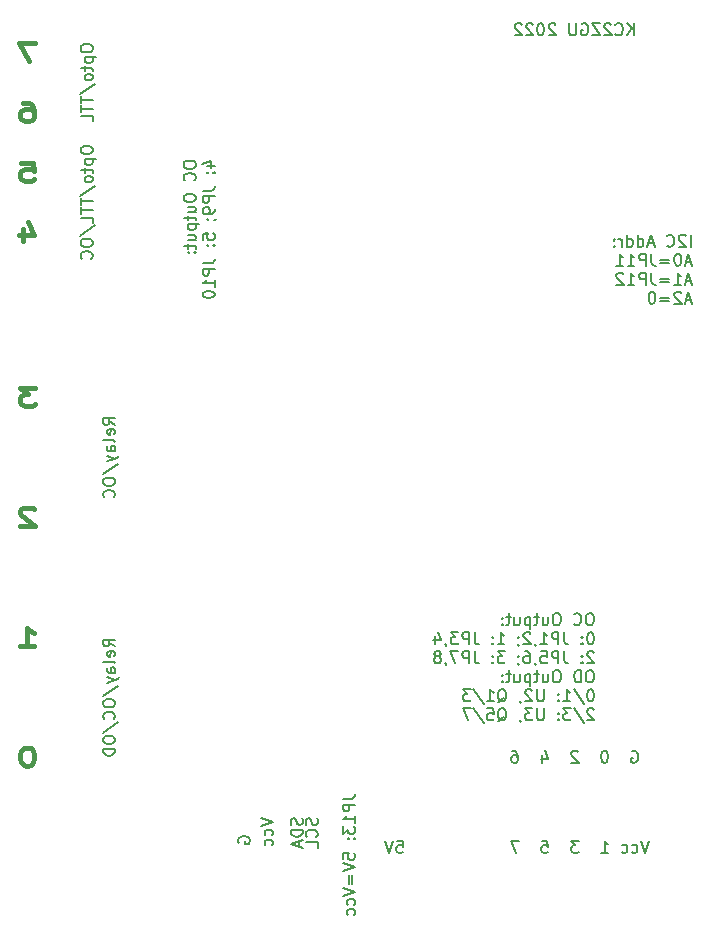
<source format=gbr>
%TF.GenerationSoftware,KiCad,Pcbnew,6.0.6*%
%TF.CreationDate,2022-09-05T11:32:39-04:00*%
%TF.ProjectId,mpio8,6d70696f-382e-46b6-9963-61645f706362,rev?*%
%TF.SameCoordinates,Original*%
%TF.FileFunction,Legend,Bot*%
%TF.FilePolarity,Positive*%
%FSLAX46Y46*%
G04 Gerber Fmt 4.6, Leading zero omitted, Abs format (unit mm)*
G04 Created by KiCad (PCBNEW 6.0.6) date 2022-09-05 11:32:39*
%MOMM*%
%LPD*%
G01*
G04 APERTURE LIST*
%ADD10C,0.150000*%
%ADD11C,0.381000*%
G04 APERTURE END LIST*
D10*
X134284404Y-78682380D02*
X134284404Y-77682380D01*
X133855833Y-77777619D02*
X133808214Y-77730000D01*
X133712976Y-77682380D01*
X133474880Y-77682380D01*
X133379642Y-77730000D01*
X133332023Y-77777619D01*
X133284404Y-77872857D01*
X133284404Y-77968095D01*
X133332023Y-78110952D01*
X133903452Y-78682380D01*
X133284404Y-78682380D01*
X132284404Y-78587142D02*
X132332023Y-78634761D01*
X132474880Y-78682380D01*
X132570119Y-78682380D01*
X132712976Y-78634761D01*
X132808214Y-78539523D01*
X132855833Y-78444285D01*
X132903452Y-78253809D01*
X132903452Y-78110952D01*
X132855833Y-77920476D01*
X132808214Y-77825238D01*
X132712976Y-77730000D01*
X132570119Y-77682380D01*
X132474880Y-77682380D01*
X132332023Y-77730000D01*
X132284404Y-77777619D01*
X131141547Y-78396666D02*
X130665357Y-78396666D01*
X131236785Y-78682380D02*
X130903452Y-77682380D01*
X130570119Y-78682380D01*
X129808214Y-78682380D02*
X129808214Y-77682380D01*
X129808214Y-78634761D02*
X129903452Y-78682380D01*
X130093928Y-78682380D01*
X130189166Y-78634761D01*
X130236785Y-78587142D01*
X130284404Y-78491904D01*
X130284404Y-78206190D01*
X130236785Y-78110952D01*
X130189166Y-78063333D01*
X130093928Y-78015714D01*
X129903452Y-78015714D01*
X129808214Y-78063333D01*
X128903452Y-78682380D02*
X128903452Y-77682380D01*
X128903452Y-78634761D02*
X128998690Y-78682380D01*
X129189166Y-78682380D01*
X129284404Y-78634761D01*
X129332023Y-78587142D01*
X129379642Y-78491904D01*
X129379642Y-78206190D01*
X129332023Y-78110952D01*
X129284404Y-78063333D01*
X129189166Y-78015714D01*
X128998690Y-78015714D01*
X128903452Y-78063333D01*
X128427261Y-78682380D02*
X128427261Y-78015714D01*
X128427261Y-78206190D02*
X128379642Y-78110952D01*
X128332023Y-78063333D01*
X128236785Y-78015714D01*
X128141547Y-78015714D01*
X127808214Y-78587142D02*
X127760595Y-78634761D01*
X127808214Y-78682380D01*
X127855833Y-78634761D01*
X127808214Y-78587142D01*
X127808214Y-78682380D01*
X127808214Y-78063333D02*
X127760595Y-78110952D01*
X127808214Y-78158571D01*
X127855833Y-78110952D01*
X127808214Y-78063333D01*
X127808214Y-78158571D01*
X134332023Y-80006666D02*
X133855833Y-80006666D01*
X134427261Y-80292380D02*
X134093928Y-79292380D01*
X133760595Y-80292380D01*
X133236785Y-79292380D02*
X133141547Y-79292380D01*
X133046309Y-79340000D01*
X132998690Y-79387619D01*
X132951071Y-79482857D01*
X132903452Y-79673333D01*
X132903452Y-79911428D01*
X132951071Y-80101904D01*
X132998690Y-80197142D01*
X133046309Y-80244761D01*
X133141547Y-80292380D01*
X133236785Y-80292380D01*
X133332023Y-80244761D01*
X133379642Y-80197142D01*
X133427261Y-80101904D01*
X133474880Y-79911428D01*
X133474880Y-79673333D01*
X133427261Y-79482857D01*
X133379642Y-79387619D01*
X133332023Y-79340000D01*
X133236785Y-79292380D01*
X132474880Y-79768571D02*
X131712976Y-79768571D01*
X131712976Y-80054285D02*
X132474880Y-80054285D01*
X130951071Y-79292380D02*
X130951071Y-80006666D01*
X130998690Y-80149523D01*
X131093928Y-80244761D01*
X131236785Y-80292380D01*
X131332023Y-80292380D01*
X130474880Y-80292380D02*
X130474880Y-79292380D01*
X130093928Y-79292380D01*
X129998690Y-79340000D01*
X129951071Y-79387619D01*
X129903452Y-79482857D01*
X129903452Y-79625714D01*
X129951071Y-79720952D01*
X129998690Y-79768571D01*
X130093928Y-79816190D01*
X130474880Y-79816190D01*
X128951071Y-80292380D02*
X129522500Y-80292380D01*
X129236785Y-80292380D02*
X129236785Y-79292380D01*
X129332023Y-79435238D01*
X129427261Y-79530476D01*
X129522500Y-79578095D01*
X127998690Y-80292380D02*
X128570119Y-80292380D01*
X128284404Y-80292380D02*
X128284404Y-79292380D01*
X128379642Y-79435238D01*
X128474880Y-79530476D01*
X128570119Y-79578095D01*
X134332023Y-81616666D02*
X133855833Y-81616666D01*
X134427261Y-81902380D02*
X134093928Y-80902380D01*
X133760595Y-81902380D01*
X132903452Y-81902380D02*
X133474880Y-81902380D01*
X133189166Y-81902380D02*
X133189166Y-80902380D01*
X133284404Y-81045238D01*
X133379642Y-81140476D01*
X133474880Y-81188095D01*
X132474880Y-81378571D02*
X131712976Y-81378571D01*
X131712976Y-81664285D02*
X132474880Y-81664285D01*
X130951071Y-80902380D02*
X130951071Y-81616666D01*
X130998690Y-81759523D01*
X131093928Y-81854761D01*
X131236785Y-81902380D01*
X131332023Y-81902380D01*
X130474880Y-81902380D02*
X130474880Y-80902380D01*
X130093928Y-80902380D01*
X129998690Y-80950000D01*
X129951071Y-80997619D01*
X129903452Y-81092857D01*
X129903452Y-81235714D01*
X129951071Y-81330952D01*
X129998690Y-81378571D01*
X130093928Y-81426190D01*
X130474880Y-81426190D01*
X128951071Y-81902380D02*
X129522500Y-81902380D01*
X129236785Y-81902380D02*
X129236785Y-80902380D01*
X129332023Y-81045238D01*
X129427261Y-81140476D01*
X129522500Y-81188095D01*
X128570119Y-80997619D02*
X128522500Y-80950000D01*
X128427261Y-80902380D01*
X128189166Y-80902380D01*
X128093928Y-80950000D01*
X128046309Y-80997619D01*
X127998690Y-81092857D01*
X127998690Y-81188095D01*
X128046309Y-81330952D01*
X128617738Y-81902380D01*
X127998690Y-81902380D01*
X134332023Y-83226666D02*
X133855833Y-83226666D01*
X134427261Y-83512380D02*
X134093928Y-82512380D01*
X133760595Y-83512380D01*
X133474880Y-82607619D02*
X133427261Y-82560000D01*
X133332023Y-82512380D01*
X133093928Y-82512380D01*
X132998690Y-82560000D01*
X132951071Y-82607619D01*
X132903452Y-82702857D01*
X132903452Y-82798095D01*
X132951071Y-82940952D01*
X133522500Y-83512380D01*
X132903452Y-83512380D01*
X132474880Y-82988571D02*
X131712976Y-82988571D01*
X131712976Y-83274285D02*
X132474880Y-83274285D01*
X131046309Y-82512380D02*
X130951071Y-82512380D01*
X130855833Y-82560000D01*
X130808214Y-82607619D01*
X130760595Y-82702857D01*
X130712976Y-82893333D01*
X130712976Y-83131428D01*
X130760595Y-83321904D01*
X130808214Y-83417142D01*
X130855833Y-83464761D01*
X130951071Y-83512380D01*
X131046309Y-83512380D01*
X131141547Y-83464761D01*
X131189166Y-83417142D01*
X131236785Y-83321904D01*
X131284404Y-83131428D01*
X131284404Y-82893333D01*
X131236785Y-82702857D01*
X131189166Y-82607619D01*
X131141547Y-82560000D01*
X131046309Y-82512380D01*
X104862380Y-125436904D02*
X105576666Y-125436904D01*
X105719523Y-125389285D01*
X105814761Y-125294047D01*
X105862380Y-125151190D01*
X105862380Y-125055952D01*
X105862380Y-125913095D02*
X104862380Y-125913095D01*
X104862380Y-126294047D01*
X104910000Y-126389285D01*
X104957619Y-126436904D01*
X105052857Y-126484523D01*
X105195714Y-126484523D01*
X105290952Y-126436904D01*
X105338571Y-126389285D01*
X105386190Y-126294047D01*
X105386190Y-125913095D01*
X105862380Y-127436904D02*
X105862380Y-126865476D01*
X105862380Y-127151190D02*
X104862380Y-127151190D01*
X105005238Y-127055952D01*
X105100476Y-126960714D01*
X105148095Y-126865476D01*
X104862380Y-127770238D02*
X104862380Y-128389285D01*
X105243333Y-128055952D01*
X105243333Y-128198809D01*
X105290952Y-128294047D01*
X105338571Y-128341666D01*
X105433809Y-128389285D01*
X105671904Y-128389285D01*
X105767142Y-128341666D01*
X105814761Y-128294047D01*
X105862380Y-128198809D01*
X105862380Y-127913095D01*
X105814761Y-127817857D01*
X105767142Y-127770238D01*
X105767142Y-128817857D02*
X105814761Y-128865476D01*
X105862380Y-128817857D01*
X105814761Y-128770238D01*
X105767142Y-128817857D01*
X105862380Y-128817857D01*
X105243333Y-128817857D02*
X105290952Y-128865476D01*
X105338571Y-128817857D01*
X105290952Y-128770238D01*
X105243333Y-128817857D01*
X105338571Y-128817857D01*
X104862380Y-130532142D02*
X104862380Y-130055952D01*
X105338571Y-130008333D01*
X105290952Y-130055952D01*
X105243333Y-130151190D01*
X105243333Y-130389285D01*
X105290952Y-130484523D01*
X105338571Y-130532142D01*
X105433809Y-130579761D01*
X105671904Y-130579761D01*
X105767142Y-130532142D01*
X105814761Y-130484523D01*
X105862380Y-130389285D01*
X105862380Y-130151190D01*
X105814761Y-130055952D01*
X105767142Y-130008333D01*
X104862380Y-130865476D02*
X105862380Y-131198809D01*
X104862380Y-131532142D01*
X105338571Y-131865476D02*
X105338571Y-132627380D01*
X105624285Y-132627380D02*
X105624285Y-131865476D01*
X104862380Y-132960714D02*
X105862380Y-133294047D01*
X104862380Y-133627380D01*
X105814761Y-134389285D02*
X105862380Y-134294047D01*
X105862380Y-134103571D01*
X105814761Y-134008333D01*
X105767142Y-133960714D01*
X105671904Y-133913095D01*
X105386190Y-133913095D01*
X105290952Y-133960714D01*
X105243333Y-134008333D01*
X105195714Y-134103571D01*
X105195714Y-134294047D01*
X105243333Y-134389285D01*
X105814761Y-135246428D02*
X105862380Y-135151190D01*
X105862380Y-134960714D01*
X105814761Y-134865476D01*
X105767142Y-134817857D01*
X105671904Y-134770238D01*
X105386190Y-134770238D01*
X105290952Y-134817857D01*
X105243333Y-134865476D01*
X105195714Y-134960714D01*
X105195714Y-135151190D01*
X105243333Y-135246428D01*
X91357380Y-71646071D02*
X91357380Y-71836547D01*
X91405000Y-71931785D01*
X91500238Y-72027023D01*
X91690714Y-72074642D01*
X92024047Y-72074642D01*
X92214523Y-72027023D01*
X92309761Y-71931785D01*
X92357380Y-71836547D01*
X92357380Y-71646071D01*
X92309761Y-71550833D01*
X92214523Y-71455595D01*
X92024047Y-71407976D01*
X91690714Y-71407976D01*
X91500238Y-71455595D01*
X91405000Y-71550833D01*
X91357380Y-71646071D01*
X92262142Y-73074642D02*
X92309761Y-73027023D01*
X92357380Y-72884166D01*
X92357380Y-72788928D01*
X92309761Y-72646071D01*
X92214523Y-72550833D01*
X92119285Y-72503214D01*
X91928809Y-72455595D01*
X91785952Y-72455595D01*
X91595476Y-72503214D01*
X91500238Y-72550833D01*
X91405000Y-72646071D01*
X91357380Y-72788928D01*
X91357380Y-72884166D01*
X91405000Y-73027023D01*
X91452619Y-73074642D01*
X91357380Y-74455595D02*
X91357380Y-74646071D01*
X91405000Y-74741309D01*
X91500238Y-74836547D01*
X91690714Y-74884166D01*
X92024047Y-74884166D01*
X92214523Y-74836547D01*
X92309761Y-74741309D01*
X92357380Y-74646071D01*
X92357380Y-74455595D01*
X92309761Y-74360357D01*
X92214523Y-74265119D01*
X92024047Y-74217500D01*
X91690714Y-74217500D01*
X91500238Y-74265119D01*
X91405000Y-74360357D01*
X91357380Y-74455595D01*
X91690714Y-75741309D02*
X92357380Y-75741309D01*
X91690714Y-75312738D02*
X92214523Y-75312738D01*
X92309761Y-75360357D01*
X92357380Y-75455595D01*
X92357380Y-75598452D01*
X92309761Y-75693690D01*
X92262142Y-75741309D01*
X91690714Y-76074642D02*
X91690714Y-76455595D01*
X91357380Y-76217500D02*
X92214523Y-76217500D01*
X92309761Y-76265119D01*
X92357380Y-76360357D01*
X92357380Y-76455595D01*
X91690714Y-76788928D02*
X92690714Y-76788928D01*
X91738333Y-76788928D02*
X91690714Y-76884166D01*
X91690714Y-77074642D01*
X91738333Y-77169880D01*
X91785952Y-77217500D01*
X91881190Y-77265119D01*
X92166904Y-77265119D01*
X92262142Y-77217500D01*
X92309761Y-77169880D01*
X92357380Y-77074642D01*
X92357380Y-76884166D01*
X92309761Y-76788928D01*
X91690714Y-78122261D02*
X92357380Y-78122261D01*
X91690714Y-77693690D02*
X92214523Y-77693690D01*
X92309761Y-77741309D01*
X92357380Y-77836547D01*
X92357380Y-77979404D01*
X92309761Y-78074642D01*
X92262142Y-78122261D01*
X91690714Y-78455595D02*
X91690714Y-78836547D01*
X91357380Y-78598452D02*
X92214523Y-78598452D01*
X92309761Y-78646071D01*
X92357380Y-78741309D01*
X92357380Y-78836547D01*
X92262142Y-79169880D02*
X92309761Y-79217500D01*
X92357380Y-79169880D01*
X92309761Y-79122261D01*
X92262142Y-79169880D01*
X92357380Y-79169880D01*
X91738333Y-79169880D02*
X91785952Y-79217500D01*
X91833571Y-79169880D01*
X91785952Y-79122261D01*
X91738333Y-79169880D01*
X91833571Y-79169880D01*
X93300714Y-71884166D02*
X93967380Y-71884166D01*
X92919761Y-71646071D02*
X93634047Y-71407976D01*
X93634047Y-72027023D01*
X93872142Y-72407976D02*
X93919761Y-72455595D01*
X93967380Y-72407976D01*
X93919761Y-72360357D01*
X93872142Y-72407976D01*
X93967380Y-72407976D01*
X93348333Y-72407976D02*
X93395952Y-72455595D01*
X93443571Y-72407976D01*
X93395952Y-72360357D01*
X93348333Y-72407976D01*
X93443571Y-72407976D01*
X92967380Y-73931785D02*
X93681666Y-73931785D01*
X93824523Y-73884166D01*
X93919761Y-73788928D01*
X93967380Y-73646071D01*
X93967380Y-73550833D01*
X93967380Y-74407976D02*
X92967380Y-74407976D01*
X92967380Y-74788928D01*
X93015000Y-74884166D01*
X93062619Y-74931785D01*
X93157857Y-74979404D01*
X93300714Y-74979404D01*
X93395952Y-74931785D01*
X93443571Y-74884166D01*
X93491190Y-74788928D01*
X93491190Y-74407976D01*
X93967380Y-75455595D02*
X93967380Y-75646071D01*
X93919761Y-75741309D01*
X93872142Y-75788928D01*
X93729285Y-75884166D01*
X93538809Y-75931785D01*
X93157857Y-75931785D01*
X93062619Y-75884166D01*
X93015000Y-75836547D01*
X92967380Y-75741309D01*
X92967380Y-75550833D01*
X93015000Y-75455595D01*
X93062619Y-75407976D01*
X93157857Y-75360357D01*
X93395952Y-75360357D01*
X93491190Y-75407976D01*
X93538809Y-75455595D01*
X93586428Y-75550833D01*
X93586428Y-75741309D01*
X93538809Y-75836547D01*
X93491190Y-75884166D01*
X93395952Y-75931785D01*
X93919761Y-76407976D02*
X93967380Y-76407976D01*
X94062619Y-76360357D01*
X94110238Y-76312738D01*
X93348333Y-76360357D02*
X93395952Y-76407976D01*
X93443571Y-76360357D01*
X93395952Y-76312738D01*
X93348333Y-76360357D01*
X93443571Y-76360357D01*
X92967380Y-78074642D02*
X92967380Y-77598452D01*
X93443571Y-77550833D01*
X93395952Y-77598452D01*
X93348333Y-77693690D01*
X93348333Y-77931785D01*
X93395952Y-78027023D01*
X93443571Y-78074642D01*
X93538809Y-78122261D01*
X93776904Y-78122261D01*
X93872142Y-78074642D01*
X93919761Y-78027023D01*
X93967380Y-77931785D01*
X93967380Y-77693690D01*
X93919761Y-77598452D01*
X93872142Y-77550833D01*
X93872142Y-78550833D02*
X93919761Y-78598452D01*
X93967380Y-78550833D01*
X93919761Y-78503214D01*
X93872142Y-78550833D01*
X93967380Y-78550833D01*
X93348333Y-78550833D02*
X93395952Y-78598452D01*
X93443571Y-78550833D01*
X93395952Y-78503214D01*
X93348333Y-78550833D01*
X93443571Y-78550833D01*
X92967380Y-80074642D02*
X93681666Y-80074642D01*
X93824523Y-80027023D01*
X93919761Y-79931785D01*
X93967380Y-79788928D01*
X93967380Y-79693690D01*
X93967380Y-80550833D02*
X92967380Y-80550833D01*
X92967380Y-80931785D01*
X93015000Y-81027023D01*
X93062619Y-81074642D01*
X93157857Y-81122261D01*
X93300714Y-81122261D01*
X93395952Y-81074642D01*
X93443571Y-81027023D01*
X93491190Y-80931785D01*
X93491190Y-80550833D01*
X93967380Y-82074642D02*
X93967380Y-81503214D01*
X93967380Y-81788928D02*
X92967380Y-81788928D01*
X93110238Y-81693690D01*
X93205476Y-81598452D01*
X93253095Y-81503214D01*
X92967380Y-82693690D02*
X92967380Y-82788928D01*
X93015000Y-82884166D01*
X93062619Y-82931785D01*
X93157857Y-82979404D01*
X93348333Y-83027023D01*
X93586428Y-83027023D01*
X93776904Y-82979404D01*
X93872142Y-82931785D01*
X93919761Y-82884166D01*
X93967380Y-82788928D01*
X93967380Y-82693690D01*
X93919761Y-82598452D01*
X93872142Y-82550833D01*
X93776904Y-82503214D01*
X93586428Y-82455595D01*
X93348333Y-82455595D01*
X93157857Y-82503214D01*
X93062619Y-82550833D01*
X93015000Y-82598452D01*
X92967380Y-82693690D01*
X125838928Y-109727380D02*
X125648452Y-109727380D01*
X125553214Y-109775000D01*
X125457976Y-109870238D01*
X125410357Y-110060714D01*
X125410357Y-110394047D01*
X125457976Y-110584523D01*
X125553214Y-110679761D01*
X125648452Y-110727380D01*
X125838928Y-110727380D01*
X125934166Y-110679761D01*
X126029404Y-110584523D01*
X126077023Y-110394047D01*
X126077023Y-110060714D01*
X126029404Y-109870238D01*
X125934166Y-109775000D01*
X125838928Y-109727380D01*
X124410357Y-110632142D02*
X124457976Y-110679761D01*
X124600833Y-110727380D01*
X124696071Y-110727380D01*
X124838928Y-110679761D01*
X124934166Y-110584523D01*
X124981785Y-110489285D01*
X125029404Y-110298809D01*
X125029404Y-110155952D01*
X124981785Y-109965476D01*
X124934166Y-109870238D01*
X124838928Y-109775000D01*
X124696071Y-109727380D01*
X124600833Y-109727380D01*
X124457976Y-109775000D01*
X124410357Y-109822619D01*
X123029404Y-109727380D02*
X122838928Y-109727380D01*
X122743690Y-109775000D01*
X122648452Y-109870238D01*
X122600833Y-110060714D01*
X122600833Y-110394047D01*
X122648452Y-110584523D01*
X122743690Y-110679761D01*
X122838928Y-110727380D01*
X123029404Y-110727380D01*
X123124642Y-110679761D01*
X123219880Y-110584523D01*
X123267500Y-110394047D01*
X123267500Y-110060714D01*
X123219880Y-109870238D01*
X123124642Y-109775000D01*
X123029404Y-109727380D01*
X121743690Y-110060714D02*
X121743690Y-110727380D01*
X122172261Y-110060714D02*
X122172261Y-110584523D01*
X122124642Y-110679761D01*
X122029404Y-110727380D01*
X121886547Y-110727380D01*
X121791309Y-110679761D01*
X121743690Y-110632142D01*
X121410357Y-110060714D02*
X121029404Y-110060714D01*
X121267500Y-109727380D02*
X121267500Y-110584523D01*
X121219880Y-110679761D01*
X121124642Y-110727380D01*
X121029404Y-110727380D01*
X120696071Y-110060714D02*
X120696071Y-111060714D01*
X120696071Y-110108333D02*
X120600833Y-110060714D01*
X120410357Y-110060714D01*
X120315119Y-110108333D01*
X120267500Y-110155952D01*
X120219880Y-110251190D01*
X120219880Y-110536904D01*
X120267500Y-110632142D01*
X120315119Y-110679761D01*
X120410357Y-110727380D01*
X120600833Y-110727380D01*
X120696071Y-110679761D01*
X119362738Y-110060714D02*
X119362738Y-110727380D01*
X119791309Y-110060714D02*
X119791309Y-110584523D01*
X119743690Y-110679761D01*
X119648452Y-110727380D01*
X119505595Y-110727380D01*
X119410357Y-110679761D01*
X119362738Y-110632142D01*
X119029404Y-110060714D02*
X118648452Y-110060714D01*
X118886547Y-109727380D02*
X118886547Y-110584523D01*
X118838928Y-110679761D01*
X118743690Y-110727380D01*
X118648452Y-110727380D01*
X118315119Y-110632142D02*
X118267500Y-110679761D01*
X118315119Y-110727380D01*
X118362738Y-110679761D01*
X118315119Y-110632142D01*
X118315119Y-110727380D01*
X118315119Y-110108333D02*
X118267500Y-110155952D01*
X118315119Y-110203571D01*
X118362738Y-110155952D01*
X118315119Y-110108333D01*
X118315119Y-110203571D01*
X125838928Y-111337380D02*
X125743690Y-111337380D01*
X125648452Y-111385000D01*
X125600833Y-111432619D01*
X125553214Y-111527857D01*
X125505595Y-111718333D01*
X125505595Y-111956428D01*
X125553214Y-112146904D01*
X125600833Y-112242142D01*
X125648452Y-112289761D01*
X125743690Y-112337380D01*
X125838928Y-112337380D01*
X125934166Y-112289761D01*
X125981785Y-112242142D01*
X126029404Y-112146904D01*
X126077023Y-111956428D01*
X126077023Y-111718333D01*
X126029404Y-111527857D01*
X125981785Y-111432619D01*
X125934166Y-111385000D01*
X125838928Y-111337380D01*
X125077023Y-112242142D02*
X125029404Y-112289761D01*
X125077023Y-112337380D01*
X125124642Y-112289761D01*
X125077023Y-112242142D01*
X125077023Y-112337380D01*
X125077023Y-111718333D02*
X125029404Y-111765952D01*
X125077023Y-111813571D01*
X125124642Y-111765952D01*
X125077023Y-111718333D01*
X125077023Y-111813571D01*
X123553214Y-111337380D02*
X123553214Y-112051666D01*
X123600833Y-112194523D01*
X123696071Y-112289761D01*
X123838928Y-112337380D01*
X123934166Y-112337380D01*
X123077023Y-112337380D02*
X123077023Y-111337380D01*
X122696071Y-111337380D01*
X122600833Y-111385000D01*
X122553214Y-111432619D01*
X122505595Y-111527857D01*
X122505595Y-111670714D01*
X122553214Y-111765952D01*
X122600833Y-111813571D01*
X122696071Y-111861190D01*
X123077023Y-111861190D01*
X121553214Y-112337380D02*
X122124642Y-112337380D01*
X121838928Y-112337380D02*
X121838928Y-111337380D01*
X121934166Y-111480238D01*
X122029404Y-111575476D01*
X122124642Y-111623095D01*
X121077023Y-112289761D02*
X121077023Y-112337380D01*
X121124642Y-112432619D01*
X121172261Y-112480238D01*
X120696071Y-111432619D02*
X120648452Y-111385000D01*
X120553214Y-111337380D01*
X120315119Y-111337380D01*
X120219880Y-111385000D01*
X120172261Y-111432619D01*
X120124642Y-111527857D01*
X120124642Y-111623095D01*
X120172261Y-111765952D01*
X120743690Y-112337380D01*
X120124642Y-112337380D01*
X119648452Y-112289761D02*
X119648452Y-112337380D01*
X119696071Y-112432619D01*
X119743690Y-112480238D01*
X119696071Y-111718333D02*
X119648452Y-111765952D01*
X119696071Y-111813571D01*
X119743690Y-111765952D01*
X119696071Y-111718333D01*
X119696071Y-111813571D01*
X117934166Y-112337380D02*
X118505595Y-112337380D01*
X118219880Y-112337380D02*
X118219880Y-111337380D01*
X118315119Y-111480238D01*
X118410357Y-111575476D01*
X118505595Y-111623095D01*
X117505595Y-112242142D02*
X117457976Y-112289761D01*
X117505595Y-112337380D01*
X117553214Y-112289761D01*
X117505595Y-112242142D01*
X117505595Y-112337380D01*
X117505595Y-111718333D02*
X117457976Y-111765952D01*
X117505595Y-111813571D01*
X117553214Y-111765952D01*
X117505595Y-111718333D01*
X117505595Y-111813571D01*
X115981785Y-111337380D02*
X115981785Y-112051666D01*
X116029404Y-112194523D01*
X116124642Y-112289761D01*
X116267500Y-112337380D01*
X116362738Y-112337380D01*
X115505595Y-112337380D02*
X115505595Y-111337380D01*
X115124642Y-111337380D01*
X115029404Y-111385000D01*
X114981785Y-111432619D01*
X114934166Y-111527857D01*
X114934166Y-111670714D01*
X114981785Y-111765952D01*
X115029404Y-111813571D01*
X115124642Y-111861190D01*
X115505595Y-111861190D01*
X114600833Y-111337380D02*
X113981785Y-111337380D01*
X114315119Y-111718333D01*
X114172261Y-111718333D01*
X114077023Y-111765952D01*
X114029404Y-111813571D01*
X113981785Y-111908809D01*
X113981785Y-112146904D01*
X114029404Y-112242142D01*
X114077023Y-112289761D01*
X114172261Y-112337380D01*
X114457976Y-112337380D01*
X114553214Y-112289761D01*
X114600833Y-112242142D01*
X113505595Y-112289761D02*
X113505595Y-112337380D01*
X113553214Y-112432619D01*
X113600833Y-112480238D01*
X112648452Y-111670714D02*
X112648452Y-112337380D01*
X112886547Y-111289761D02*
X113124642Y-112004047D01*
X112505595Y-112004047D01*
X126077023Y-113042619D02*
X126029404Y-112995000D01*
X125934166Y-112947380D01*
X125696071Y-112947380D01*
X125600833Y-112995000D01*
X125553214Y-113042619D01*
X125505595Y-113137857D01*
X125505595Y-113233095D01*
X125553214Y-113375952D01*
X126124642Y-113947380D01*
X125505595Y-113947380D01*
X125077023Y-113852142D02*
X125029404Y-113899761D01*
X125077023Y-113947380D01*
X125124642Y-113899761D01*
X125077023Y-113852142D01*
X125077023Y-113947380D01*
X125077023Y-113328333D02*
X125029404Y-113375952D01*
X125077023Y-113423571D01*
X125124642Y-113375952D01*
X125077023Y-113328333D01*
X125077023Y-113423571D01*
X123553214Y-112947380D02*
X123553214Y-113661666D01*
X123600833Y-113804523D01*
X123696071Y-113899761D01*
X123838928Y-113947380D01*
X123934166Y-113947380D01*
X123077023Y-113947380D02*
X123077023Y-112947380D01*
X122696071Y-112947380D01*
X122600833Y-112995000D01*
X122553214Y-113042619D01*
X122505595Y-113137857D01*
X122505595Y-113280714D01*
X122553214Y-113375952D01*
X122600833Y-113423571D01*
X122696071Y-113471190D01*
X123077023Y-113471190D01*
X121600833Y-112947380D02*
X122077023Y-112947380D01*
X122124642Y-113423571D01*
X122077023Y-113375952D01*
X121981785Y-113328333D01*
X121743690Y-113328333D01*
X121648452Y-113375952D01*
X121600833Y-113423571D01*
X121553214Y-113518809D01*
X121553214Y-113756904D01*
X121600833Y-113852142D01*
X121648452Y-113899761D01*
X121743690Y-113947380D01*
X121981785Y-113947380D01*
X122077023Y-113899761D01*
X122124642Y-113852142D01*
X121077023Y-113899761D02*
X121077023Y-113947380D01*
X121124642Y-114042619D01*
X121172261Y-114090238D01*
X120219880Y-112947380D02*
X120410357Y-112947380D01*
X120505595Y-112995000D01*
X120553214Y-113042619D01*
X120648452Y-113185476D01*
X120696071Y-113375952D01*
X120696071Y-113756904D01*
X120648452Y-113852142D01*
X120600833Y-113899761D01*
X120505595Y-113947380D01*
X120315119Y-113947380D01*
X120219880Y-113899761D01*
X120172261Y-113852142D01*
X120124642Y-113756904D01*
X120124642Y-113518809D01*
X120172261Y-113423571D01*
X120219880Y-113375952D01*
X120315119Y-113328333D01*
X120505595Y-113328333D01*
X120600833Y-113375952D01*
X120648452Y-113423571D01*
X120696071Y-113518809D01*
X119648452Y-113899761D02*
X119648452Y-113947380D01*
X119696071Y-114042619D01*
X119743690Y-114090238D01*
X119696071Y-113328333D02*
X119648452Y-113375952D01*
X119696071Y-113423571D01*
X119743690Y-113375952D01*
X119696071Y-113328333D01*
X119696071Y-113423571D01*
X118553214Y-112947380D02*
X117934166Y-112947380D01*
X118267500Y-113328333D01*
X118124642Y-113328333D01*
X118029404Y-113375952D01*
X117981785Y-113423571D01*
X117934166Y-113518809D01*
X117934166Y-113756904D01*
X117981785Y-113852142D01*
X118029404Y-113899761D01*
X118124642Y-113947380D01*
X118410357Y-113947380D01*
X118505595Y-113899761D01*
X118553214Y-113852142D01*
X117505595Y-113852142D02*
X117457976Y-113899761D01*
X117505595Y-113947380D01*
X117553214Y-113899761D01*
X117505595Y-113852142D01*
X117505595Y-113947380D01*
X117505595Y-113328333D02*
X117457976Y-113375952D01*
X117505595Y-113423571D01*
X117553214Y-113375952D01*
X117505595Y-113328333D01*
X117505595Y-113423571D01*
X115981785Y-112947380D02*
X115981785Y-113661666D01*
X116029404Y-113804523D01*
X116124642Y-113899761D01*
X116267500Y-113947380D01*
X116362738Y-113947380D01*
X115505595Y-113947380D02*
X115505595Y-112947380D01*
X115124642Y-112947380D01*
X115029404Y-112995000D01*
X114981785Y-113042619D01*
X114934166Y-113137857D01*
X114934166Y-113280714D01*
X114981785Y-113375952D01*
X115029404Y-113423571D01*
X115124642Y-113471190D01*
X115505595Y-113471190D01*
X114600833Y-112947380D02*
X113934166Y-112947380D01*
X114362738Y-113947380D01*
X113505595Y-113899761D02*
X113505595Y-113947380D01*
X113553214Y-114042619D01*
X113600833Y-114090238D01*
X112934166Y-113375952D02*
X113029404Y-113328333D01*
X113077023Y-113280714D01*
X113124642Y-113185476D01*
X113124642Y-113137857D01*
X113077023Y-113042619D01*
X113029404Y-112995000D01*
X112934166Y-112947380D01*
X112743690Y-112947380D01*
X112648452Y-112995000D01*
X112600833Y-113042619D01*
X112553214Y-113137857D01*
X112553214Y-113185476D01*
X112600833Y-113280714D01*
X112648452Y-113328333D01*
X112743690Y-113375952D01*
X112934166Y-113375952D01*
X113029404Y-113423571D01*
X113077023Y-113471190D01*
X113124642Y-113566428D01*
X113124642Y-113756904D01*
X113077023Y-113852142D01*
X113029404Y-113899761D01*
X112934166Y-113947380D01*
X112743690Y-113947380D01*
X112648452Y-113899761D01*
X112600833Y-113852142D01*
X112553214Y-113756904D01*
X112553214Y-113566428D01*
X112600833Y-113471190D01*
X112648452Y-113423571D01*
X112743690Y-113375952D01*
X125838928Y-114557380D02*
X125648452Y-114557380D01*
X125553214Y-114605000D01*
X125457976Y-114700238D01*
X125410357Y-114890714D01*
X125410357Y-115224047D01*
X125457976Y-115414523D01*
X125553214Y-115509761D01*
X125648452Y-115557380D01*
X125838928Y-115557380D01*
X125934166Y-115509761D01*
X126029404Y-115414523D01*
X126077023Y-115224047D01*
X126077023Y-114890714D01*
X126029404Y-114700238D01*
X125934166Y-114605000D01*
X125838928Y-114557380D01*
X124981785Y-115557380D02*
X124981785Y-114557380D01*
X124743690Y-114557380D01*
X124600833Y-114605000D01*
X124505595Y-114700238D01*
X124457976Y-114795476D01*
X124410357Y-114985952D01*
X124410357Y-115128809D01*
X124457976Y-115319285D01*
X124505595Y-115414523D01*
X124600833Y-115509761D01*
X124743690Y-115557380D01*
X124981785Y-115557380D01*
X123029404Y-114557380D02*
X122838928Y-114557380D01*
X122743690Y-114605000D01*
X122648452Y-114700238D01*
X122600833Y-114890714D01*
X122600833Y-115224047D01*
X122648452Y-115414523D01*
X122743690Y-115509761D01*
X122838928Y-115557380D01*
X123029404Y-115557380D01*
X123124642Y-115509761D01*
X123219880Y-115414523D01*
X123267500Y-115224047D01*
X123267500Y-114890714D01*
X123219880Y-114700238D01*
X123124642Y-114605000D01*
X123029404Y-114557380D01*
X121743690Y-114890714D02*
X121743690Y-115557380D01*
X122172261Y-114890714D02*
X122172261Y-115414523D01*
X122124642Y-115509761D01*
X122029404Y-115557380D01*
X121886547Y-115557380D01*
X121791309Y-115509761D01*
X121743690Y-115462142D01*
X121410357Y-114890714D02*
X121029404Y-114890714D01*
X121267500Y-114557380D02*
X121267500Y-115414523D01*
X121219880Y-115509761D01*
X121124642Y-115557380D01*
X121029404Y-115557380D01*
X120696071Y-114890714D02*
X120696071Y-115890714D01*
X120696071Y-114938333D02*
X120600833Y-114890714D01*
X120410357Y-114890714D01*
X120315119Y-114938333D01*
X120267500Y-114985952D01*
X120219880Y-115081190D01*
X120219880Y-115366904D01*
X120267500Y-115462142D01*
X120315119Y-115509761D01*
X120410357Y-115557380D01*
X120600833Y-115557380D01*
X120696071Y-115509761D01*
X119362738Y-114890714D02*
X119362738Y-115557380D01*
X119791309Y-114890714D02*
X119791309Y-115414523D01*
X119743690Y-115509761D01*
X119648452Y-115557380D01*
X119505595Y-115557380D01*
X119410357Y-115509761D01*
X119362738Y-115462142D01*
X119029404Y-114890714D02*
X118648452Y-114890714D01*
X118886547Y-114557380D02*
X118886547Y-115414523D01*
X118838928Y-115509761D01*
X118743690Y-115557380D01*
X118648452Y-115557380D01*
X118315119Y-115462142D02*
X118267500Y-115509761D01*
X118315119Y-115557380D01*
X118362738Y-115509761D01*
X118315119Y-115462142D01*
X118315119Y-115557380D01*
X118315119Y-114938333D02*
X118267500Y-114985952D01*
X118315119Y-115033571D01*
X118362738Y-114985952D01*
X118315119Y-114938333D01*
X118315119Y-115033571D01*
X125838928Y-116167380D02*
X125743690Y-116167380D01*
X125648452Y-116215000D01*
X125600833Y-116262619D01*
X125553214Y-116357857D01*
X125505595Y-116548333D01*
X125505595Y-116786428D01*
X125553214Y-116976904D01*
X125600833Y-117072142D01*
X125648452Y-117119761D01*
X125743690Y-117167380D01*
X125838928Y-117167380D01*
X125934166Y-117119761D01*
X125981785Y-117072142D01*
X126029404Y-116976904D01*
X126077023Y-116786428D01*
X126077023Y-116548333D01*
X126029404Y-116357857D01*
X125981785Y-116262619D01*
X125934166Y-116215000D01*
X125838928Y-116167380D01*
X124362738Y-116119761D02*
X125219880Y-117405476D01*
X123505595Y-117167380D02*
X124077023Y-117167380D01*
X123791309Y-117167380D02*
X123791309Y-116167380D01*
X123886547Y-116310238D01*
X123981785Y-116405476D01*
X124077023Y-116453095D01*
X123077023Y-117072142D02*
X123029404Y-117119761D01*
X123077023Y-117167380D01*
X123124642Y-117119761D01*
X123077023Y-117072142D01*
X123077023Y-117167380D01*
X123077023Y-116548333D02*
X123029404Y-116595952D01*
X123077023Y-116643571D01*
X123124642Y-116595952D01*
X123077023Y-116548333D01*
X123077023Y-116643571D01*
X121838928Y-116167380D02*
X121838928Y-116976904D01*
X121791309Y-117072142D01*
X121743690Y-117119761D01*
X121648452Y-117167380D01*
X121457976Y-117167380D01*
X121362738Y-117119761D01*
X121315119Y-117072142D01*
X121267500Y-116976904D01*
X121267500Y-116167380D01*
X120838928Y-116262619D02*
X120791309Y-116215000D01*
X120696071Y-116167380D01*
X120457976Y-116167380D01*
X120362738Y-116215000D01*
X120315119Y-116262619D01*
X120267500Y-116357857D01*
X120267500Y-116453095D01*
X120315119Y-116595952D01*
X120886547Y-117167380D01*
X120267500Y-117167380D01*
X119791309Y-117119761D02*
X119791309Y-117167380D01*
X119838928Y-117262619D01*
X119886547Y-117310238D01*
X117934166Y-117262619D02*
X118029404Y-117215000D01*
X118124642Y-117119761D01*
X118267500Y-116976904D01*
X118362738Y-116929285D01*
X118457976Y-116929285D01*
X118410357Y-117167380D02*
X118505595Y-117119761D01*
X118600833Y-117024523D01*
X118648452Y-116834047D01*
X118648452Y-116500714D01*
X118600833Y-116310238D01*
X118505595Y-116215000D01*
X118410357Y-116167380D01*
X118219880Y-116167380D01*
X118124642Y-116215000D01*
X118029404Y-116310238D01*
X117981785Y-116500714D01*
X117981785Y-116834047D01*
X118029404Y-117024523D01*
X118124642Y-117119761D01*
X118219880Y-117167380D01*
X118410357Y-117167380D01*
X117029404Y-117167380D02*
X117600833Y-117167380D01*
X117315119Y-117167380D02*
X117315119Y-116167380D01*
X117410357Y-116310238D01*
X117505595Y-116405476D01*
X117600833Y-116453095D01*
X115886547Y-116119761D02*
X116743690Y-117405476D01*
X115648452Y-116167380D02*
X115029404Y-116167380D01*
X115362738Y-116548333D01*
X115219880Y-116548333D01*
X115124642Y-116595952D01*
X115077023Y-116643571D01*
X115029404Y-116738809D01*
X115029404Y-116976904D01*
X115077023Y-117072142D01*
X115124642Y-117119761D01*
X115219880Y-117167380D01*
X115505595Y-117167380D01*
X115600833Y-117119761D01*
X115648452Y-117072142D01*
X126077023Y-117872619D02*
X126029404Y-117825000D01*
X125934166Y-117777380D01*
X125696071Y-117777380D01*
X125600833Y-117825000D01*
X125553214Y-117872619D01*
X125505595Y-117967857D01*
X125505595Y-118063095D01*
X125553214Y-118205952D01*
X126124642Y-118777380D01*
X125505595Y-118777380D01*
X124362738Y-117729761D02*
X125219880Y-119015476D01*
X124124642Y-117777380D02*
X123505595Y-117777380D01*
X123838928Y-118158333D01*
X123696071Y-118158333D01*
X123600833Y-118205952D01*
X123553214Y-118253571D01*
X123505595Y-118348809D01*
X123505595Y-118586904D01*
X123553214Y-118682142D01*
X123600833Y-118729761D01*
X123696071Y-118777380D01*
X123981785Y-118777380D01*
X124077023Y-118729761D01*
X124124642Y-118682142D01*
X123077023Y-118682142D02*
X123029404Y-118729761D01*
X123077023Y-118777380D01*
X123124642Y-118729761D01*
X123077023Y-118682142D01*
X123077023Y-118777380D01*
X123077023Y-118158333D02*
X123029404Y-118205952D01*
X123077023Y-118253571D01*
X123124642Y-118205952D01*
X123077023Y-118158333D01*
X123077023Y-118253571D01*
X121838928Y-117777380D02*
X121838928Y-118586904D01*
X121791309Y-118682142D01*
X121743690Y-118729761D01*
X121648452Y-118777380D01*
X121457976Y-118777380D01*
X121362738Y-118729761D01*
X121315119Y-118682142D01*
X121267500Y-118586904D01*
X121267500Y-117777380D01*
X120886547Y-117777380D02*
X120267500Y-117777380D01*
X120600833Y-118158333D01*
X120457976Y-118158333D01*
X120362738Y-118205952D01*
X120315119Y-118253571D01*
X120267500Y-118348809D01*
X120267500Y-118586904D01*
X120315119Y-118682142D01*
X120362738Y-118729761D01*
X120457976Y-118777380D01*
X120743690Y-118777380D01*
X120838928Y-118729761D01*
X120886547Y-118682142D01*
X119791309Y-118729761D02*
X119791309Y-118777380D01*
X119838928Y-118872619D01*
X119886547Y-118920238D01*
X117934166Y-118872619D02*
X118029404Y-118825000D01*
X118124642Y-118729761D01*
X118267500Y-118586904D01*
X118362738Y-118539285D01*
X118457976Y-118539285D01*
X118410357Y-118777380D02*
X118505595Y-118729761D01*
X118600833Y-118634523D01*
X118648452Y-118444047D01*
X118648452Y-118110714D01*
X118600833Y-117920238D01*
X118505595Y-117825000D01*
X118410357Y-117777380D01*
X118219880Y-117777380D01*
X118124642Y-117825000D01*
X118029404Y-117920238D01*
X117981785Y-118110714D01*
X117981785Y-118444047D01*
X118029404Y-118634523D01*
X118124642Y-118729761D01*
X118219880Y-118777380D01*
X118410357Y-118777380D01*
X117077023Y-117777380D02*
X117553214Y-117777380D01*
X117600833Y-118253571D01*
X117553214Y-118205952D01*
X117457976Y-118158333D01*
X117219880Y-118158333D01*
X117124642Y-118205952D01*
X117077023Y-118253571D01*
X117029404Y-118348809D01*
X117029404Y-118586904D01*
X117077023Y-118682142D01*
X117124642Y-118729761D01*
X117219880Y-118777380D01*
X117457976Y-118777380D01*
X117553214Y-118729761D01*
X117600833Y-118682142D01*
X115886547Y-117729761D02*
X116743690Y-119015476D01*
X115648452Y-117777380D02*
X114981785Y-117777380D01*
X115410357Y-118777380D01*
X82637380Y-61793809D02*
X82637380Y-61984285D01*
X82685000Y-62079523D01*
X82780238Y-62174761D01*
X82970714Y-62222380D01*
X83304047Y-62222380D01*
X83494523Y-62174761D01*
X83589761Y-62079523D01*
X83637380Y-61984285D01*
X83637380Y-61793809D01*
X83589761Y-61698571D01*
X83494523Y-61603333D01*
X83304047Y-61555714D01*
X82970714Y-61555714D01*
X82780238Y-61603333D01*
X82685000Y-61698571D01*
X82637380Y-61793809D01*
X82970714Y-62650952D02*
X83970714Y-62650952D01*
X83018333Y-62650952D02*
X82970714Y-62746190D01*
X82970714Y-62936666D01*
X83018333Y-63031904D01*
X83065952Y-63079523D01*
X83161190Y-63127142D01*
X83446904Y-63127142D01*
X83542142Y-63079523D01*
X83589761Y-63031904D01*
X83637380Y-62936666D01*
X83637380Y-62746190D01*
X83589761Y-62650952D01*
X82970714Y-63412857D02*
X82970714Y-63793809D01*
X82637380Y-63555714D02*
X83494523Y-63555714D01*
X83589761Y-63603333D01*
X83637380Y-63698571D01*
X83637380Y-63793809D01*
X83637380Y-64270000D02*
X83589761Y-64174761D01*
X83542142Y-64127142D01*
X83446904Y-64079523D01*
X83161190Y-64079523D01*
X83065952Y-64127142D01*
X83018333Y-64174761D01*
X82970714Y-64270000D01*
X82970714Y-64412857D01*
X83018333Y-64508095D01*
X83065952Y-64555714D01*
X83161190Y-64603333D01*
X83446904Y-64603333D01*
X83542142Y-64555714D01*
X83589761Y-64508095D01*
X83637380Y-64412857D01*
X83637380Y-64270000D01*
X82589761Y-65746190D02*
X83875476Y-64889047D01*
X82637380Y-65936666D02*
X82637380Y-66508095D01*
X83637380Y-66222380D02*
X82637380Y-66222380D01*
X82637380Y-66698571D02*
X82637380Y-67270000D01*
X83637380Y-66984285D02*
X82637380Y-66984285D01*
X83637380Y-68079523D02*
X83637380Y-67603333D01*
X82637380Y-67603333D01*
X82637380Y-70406190D02*
X82637380Y-70596666D01*
X82685000Y-70691904D01*
X82780238Y-70787142D01*
X82970714Y-70834761D01*
X83304047Y-70834761D01*
X83494523Y-70787142D01*
X83589761Y-70691904D01*
X83637380Y-70596666D01*
X83637380Y-70406190D01*
X83589761Y-70310952D01*
X83494523Y-70215714D01*
X83304047Y-70168095D01*
X82970714Y-70168095D01*
X82780238Y-70215714D01*
X82685000Y-70310952D01*
X82637380Y-70406190D01*
X82970714Y-71263333D02*
X83970714Y-71263333D01*
X83018333Y-71263333D02*
X82970714Y-71358571D01*
X82970714Y-71549047D01*
X83018333Y-71644285D01*
X83065952Y-71691904D01*
X83161190Y-71739523D01*
X83446904Y-71739523D01*
X83542142Y-71691904D01*
X83589761Y-71644285D01*
X83637380Y-71549047D01*
X83637380Y-71358571D01*
X83589761Y-71263333D01*
X82970714Y-72025238D02*
X82970714Y-72406190D01*
X82637380Y-72168095D02*
X83494523Y-72168095D01*
X83589761Y-72215714D01*
X83637380Y-72310952D01*
X83637380Y-72406190D01*
X83637380Y-72882380D02*
X83589761Y-72787142D01*
X83542142Y-72739523D01*
X83446904Y-72691904D01*
X83161190Y-72691904D01*
X83065952Y-72739523D01*
X83018333Y-72787142D01*
X82970714Y-72882380D01*
X82970714Y-73025238D01*
X83018333Y-73120476D01*
X83065952Y-73168095D01*
X83161190Y-73215714D01*
X83446904Y-73215714D01*
X83542142Y-73168095D01*
X83589761Y-73120476D01*
X83637380Y-73025238D01*
X83637380Y-72882380D01*
X82589761Y-74358571D02*
X83875476Y-73501428D01*
X82637380Y-74549047D02*
X82637380Y-75120476D01*
X83637380Y-74834761D02*
X82637380Y-74834761D01*
X82637380Y-75310952D02*
X82637380Y-75882380D01*
X83637380Y-75596666D02*
X82637380Y-75596666D01*
X83637380Y-76691904D02*
X83637380Y-76215714D01*
X82637380Y-76215714D01*
X82589761Y-77739523D02*
X83875476Y-76882380D01*
X82637380Y-78263333D02*
X82637380Y-78453809D01*
X82685000Y-78549047D01*
X82780238Y-78644285D01*
X82970714Y-78691904D01*
X83304047Y-78691904D01*
X83494523Y-78644285D01*
X83589761Y-78549047D01*
X83637380Y-78453809D01*
X83637380Y-78263333D01*
X83589761Y-78168095D01*
X83494523Y-78072857D01*
X83304047Y-78025238D01*
X82970714Y-78025238D01*
X82780238Y-78072857D01*
X82685000Y-78168095D01*
X82637380Y-78263333D01*
X83542142Y-79691904D02*
X83589761Y-79644285D01*
X83637380Y-79501428D01*
X83637380Y-79406190D01*
X83589761Y-79263333D01*
X83494523Y-79168095D01*
X83399285Y-79120476D01*
X83208809Y-79072857D01*
X83065952Y-79072857D01*
X82875476Y-79120476D01*
X82780238Y-79168095D01*
X82685000Y-79263333D01*
X82637380Y-79406190D01*
X82637380Y-79501428D01*
X82685000Y-79644285D01*
X82732619Y-79691904D01*
X85542380Y-93758095D02*
X85066190Y-93424761D01*
X85542380Y-93186666D02*
X84542380Y-93186666D01*
X84542380Y-93567619D01*
X84590000Y-93662857D01*
X84637619Y-93710476D01*
X84732857Y-93758095D01*
X84875714Y-93758095D01*
X84970952Y-93710476D01*
X85018571Y-93662857D01*
X85066190Y-93567619D01*
X85066190Y-93186666D01*
X85494761Y-94567619D02*
X85542380Y-94472380D01*
X85542380Y-94281904D01*
X85494761Y-94186666D01*
X85399523Y-94139047D01*
X85018571Y-94139047D01*
X84923333Y-94186666D01*
X84875714Y-94281904D01*
X84875714Y-94472380D01*
X84923333Y-94567619D01*
X85018571Y-94615238D01*
X85113809Y-94615238D01*
X85209047Y-94139047D01*
X85542380Y-95186666D02*
X85494761Y-95091428D01*
X85399523Y-95043809D01*
X84542380Y-95043809D01*
X85542380Y-95996190D02*
X85018571Y-95996190D01*
X84923333Y-95948571D01*
X84875714Y-95853333D01*
X84875714Y-95662857D01*
X84923333Y-95567619D01*
X85494761Y-95996190D02*
X85542380Y-95900952D01*
X85542380Y-95662857D01*
X85494761Y-95567619D01*
X85399523Y-95520000D01*
X85304285Y-95520000D01*
X85209047Y-95567619D01*
X85161428Y-95662857D01*
X85161428Y-95900952D01*
X85113809Y-95996190D01*
X84875714Y-96377142D02*
X85542380Y-96615238D01*
X84875714Y-96853333D02*
X85542380Y-96615238D01*
X85780476Y-96520000D01*
X85828095Y-96472380D01*
X85875714Y-96377142D01*
X84494761Y-97948571D02*
X85780476Y-97091428D01*
X84542380Y-98472380D02*
X84542380Y-98662857D01*
X84590000Y-98758095D01*
X84685238Y-98853333D01*
X84875714Y-98900952D01*
X85209047Y-98900952D01*
X85399523Y-98853333D01*
X85494761Y-98758095D01*
X85542380Y-98662857D01*
X85542380Y-98472380D01*
X85494761Y-98377142D01*
X85399523Y-98281904D01*
X85209047Y-98234285D01*
X84875714Y-98234285D01*
X84685238Y-98281904D01*
X84590000Y-98377142D01*
X84542380Y-98472380D01*
X85447142Y-99900952D02*
X85494761Y-99853333D01*
X85542380Y-99710476D01*
X85542380Y-99615238D01*
X85494761Y-99472380D01*
X85399523Y-99377142D01*
X85304285Y-99329523D01*
X85113809Y-99281904D01*
X84970952Y-99281904D01*
X84780476Y-99329523D01*
X84685238Y-99377142D01*
X84590000Y-99472380D01*
X84542380Y-99615238D01*
X84542380Y-99710476D01*
X84590000Y-99853333D01*
X84637619Y-99900952D01*
X85542380Y-112530476D02*
X85066190Y-112197142D01*
X85542380Y-111959047D02*
X84542380Y-111959047D01*
X84542380Y-112340000D01*
X84590000Y-112435238D01*
X84637619Y-112482857D01*
X84732857Y-112530476D01*
X84875714Y-112530476D01*
X84970952Y-112482857D01*
X85018571Y-112435238D01*
X85066190Y-112340000D01*
X85066190Y-111959047D01*
X85494761Y-113340000D02*
X85542380Y-113244761D01*
X85542380Y-113054285D01*
X85494761Y-112959047D01*
X85399523Y-112911428D01*
X85018571Y-112911428D01*
X84923333Y-112959047D01*
X84875714Y-113054285D01*
X84875714Y-113244761D01*
X84923333Y-113340000D01*
X85018571Y-113387619D01*
X85113809Y-113387619D01*
X85209047Y-112911428D01*
X85542380Y-113959047D02*
X85494761Y-113863809D01*
X85399523Y-113816190D01*
X84542380Y-113816190D01*
X85542380Y-114768571D02*
X85018571Y-114768571D01*
X84923333Y-114720952D01*
X84875714Y-114625714D01*
X84875714Y-114435238D01*
X84923333Y-114340000D01*
X85494761Y-114768571D02*
X85542380Y-114673333D01*
X85542380Y-114435238D01*
X85494761Y-114340000D01*
X85399523Y-114292380D01*
X85304285Y-114292380D01*
X85209047Y-114340000D01*
X85161428Y-114435238D01*
X85161428Y-114673333D01*
X85113809Y-114768571D01*
X84875714Y-115149523D02*
X85542380Y-115387619D01*
X84875714Y-115625714D02*
X85542380Y-115387619D01*
X85780476Y-115292380D01*
X85828095Y-115244761D01*
X85875714Y-115149523D01*
X84494761Y-116720952D02*
X85780476Y-115863809D01*
X84542380Y-117244761D02*
X84542380Y-117435238D01*
X84590000Y-117530476D01*
X84685238Y-117625714D01*
X84875714Y-117673333D01*
X85209047Y-117673333D01*
X85399523Y-117625714D01*
X85494761Y-117530476D01*
X85542380Y-117435238D01*
X85542380Y-117244761D01*
X85494761Y-117149523D01*
X85399523Y-117054285D01*
X85209047Y-117006666D01*
X84875714Y-117006666D01*
X84685238Y-117054285D01*
X84590000Y-117149523D01*
X84542380Y-117244761D01*
X85447142Y-118673333D02*
X85494761Y-118625714D01*
X85542380Y-118482857D01*
X85542380Y-118387619D01*
X85494761Y-118244761D01*
X85399523Y-118149523D01*
X85304285Y-118101904D01*
X85113809Y-118054285D01*
X84970952Y-118054285D01*
X84780476Y-118101904D01*
X84685238Y-118149523D01*
X84590000Y-118244761D01*
X84542380Y-118387619D01*
X84542380Y-118482857D01*
X84590000Y-118625714D01*
X84637619Y-118673333D01*
X84494761Y-119816190D02*
X85780476Y-118959047D01*
X84542380Y-120340000D02*
X84542380Y-120530476D01*
X84590000Y-120625714D01*
X84685238Y-120720952D01*
X84875714Y-120768571D01*
X85209047Y-120768571D01*
X85399523Y-120720952D01*
X85494761Y-120625714D01*
X85542380Y-120530476D01*
X85542380Y-120340000D01*
X85494761Y-120244761D01*
X85399523Y-120149523D01*
X85209047Y-120101904D01*
X84875714Y-120101904D01*
X84685238Y-120149523D01*
X84590000Y-120244761D01*
X84542380Y-120340000D01*
X85542380Y-121197142D02*
X84542380Y-121197142D01*
X84542380Y-121435238D01*
X84590000Y-121578095D01*
X84685238Y-121673333D01*
X84780476Y-121720952D01*
X84970952Y-121768571D01*
X85113809Y-121768571D01*
X85304285Y-121720952D01*
X85399523Y-121673333D01*
X85494761Y-121578095D01*
X85542380Y-121435238D01*
X85542380Y-121197142D01*
D11*
X78782333Y-61395428D02*
X77427666Y-61395428D01*
X78298523Y-62919428D01*
X77717952Y-66475428D02*
X78105000Y-66475428D01*
X78298523Y-66548000D01*
X78395285Y-66620571D01*
X78588809Y-66838285D01*
X78685571Y-67128571D01*
X78685571Y-67709142D01*
X78588809Y-67854285D01*
X78492047Y-67926857D01*
X78298523Y-67999428D01*
X77911476Y-67999428D01*
X77717952Y-67926857D01*
X77621190Y-67854285D01*
X77524428Y-67709142D01*
X77524428Y-67346285D01*
X77621190Y-67201142D01*
X77717952Y-67128571D01*
X77911476Y-67056000D01*
X78298523Y-67056000D01*
X78492047Y-67128571D01*
X78588809Y-67201142D01*
X78685571Y-67346285D01*
X77621190Y-71555428D02*
X78588809Y-71555428D01*
X78685571Y-72281142D01*
X78588809Y-72208571D01*
X78395285Y-72136000D01*
X77911476Y-72136000D01*
X77717952Y-72208571D01*
X77621190Y-72281142D01*
X77524428Y-72426285D01*
X77524428Y-72789142D01*
X77621190Y-72934285D01*
X77717952Y-73006857D01*
X77911476Y-73079428D01*
X78395285Y-73079428D01*
X78588809Y-73006857D01*
X78685571Y-72934285D01*
X77717952Y-77143428D02*
X77717952Y-78159428D01*
X78201761Y-76562857D02*
X78685571Y-77651428D01*
X77427666Y-77651428D01*
X78782333Y-90605428D02*
X77524428Y-90605428D01*
X78201761Y-91186000D01*
X77911476Y-91186000D01*
X77717952Y-91258571D01*
X77621190Y-91331142D01*
X77524428Y-91476285D01*
X77524428Y-91839142D01*
X77621190Y-91984285D01*
X77717952Y-92056857D01*
X77911476Y-92129428D01*
X78492047Y-92129428D01*
X78685571Y-92056857D01*
X78782333Y-91984285D01*
X78685571Y-100910571D02*
X78588809Y-100838000D01*
X78395285Y-100765428D01*
X77911476Y-100765428D01*
X77717952Y-100838000D01*
X77621190Y-100910571D01*
X77524428Y-101055714D01*
X77524428Y-101200857D01*
X77621190Y-101418571D01*
X78782333Y-102289428D01*
X77524428Y-102289428D01*
X77524428Y-112449428D02*
X78685571Y-112449428D01*
X78105000Y-112449428D02*
X78105000Y-110925428D01*
X78298523Y-111143142D01*
X78492047Y-111288285D01*
X78685571Y-111360857D01*
X78201761Y-121085428D02*
X78008238Y-121085428D01*
X77814714Y-121158000D01*
X77717952Y-121230571D01*
X77621190Y-121375714D01*
X77524428Y-121666000D01*
X77524428Y-122028857D01*
X77621190Y-122319142D01*
X77717952Y-122464285D01*
X77814714Y-122536857D01*
X78008238Y-122609428D01*
X78201761Y-122609428D01*
X78395285Y-122536857D01*
X78492047Y-122464285D01*
X78588809Y-122319142D01*
X78685571Y-122028857D01*
X78685571Y-121666000D01*
X78588809Y-121375714D01*
X78492047Y-121230571D01*
X78395285Y-121158000D01*
X78201761Y-121085428D01*
D10*
X109410476Y-128992380D02*
X109886666Y-128992380D01*
X109934285Y-129468571D01*
X109886666Y-129420952D01*
X109791428Y-129373333D01*
X109553333Y-129373333D01*
X109458095Y-129420952D01*
X109410476Y-129468571D01*
X109362857Y-129563809D01*
X109362857Y-129801904D01*
X109410476Y-129897142D01*
X109458095Y-129944761D01*
X109553333Y-129992380D01*
X109791428Y-129992380D01*
X109886666Y-129944761D01*
X109934285Y-129897142D01*
X109077142Y-128992380D02*
X108743809Y-129992380D01*
X108410476Y-128992380D01*
X96020000Y-129166904D02*
X95972380Y-129071666D01*
X95972380Y-128928809D01*
X96020000Y-128785952D01*
X96115238Y-128690714D01*
X96210476Y-128643095D01*
X96400952Y-128595476D01*
X96543809Y-128595476D01*
X96734285Y-128643095D01*
X96829523Y-128690714D01*
X96924761Y-128785952D01*
X96972380Y-128928809D01*
X96972380Y-129024047D01*
X96924761Y-129166904D01*
X96877142Y-129214523D01*
X96543809Y-129214523D01*
X96543809Y-129024047D01*
X97877380Y-127079523D02*
X98877380Y-127412857D01*
X97877380Y-127746190D01*
X98829761Y-128508095D02*
X98877380Y-128412857D01*
X98877380Y-128222380D01*
X98829761Y-128127142D01*
X98782142Y-128079523D01*
X98686904Y-128031904D01*
X98401190Y-128031904D01*
X98305952Y-128079523D01*
X98258333Y-128127142D01*
X98210714Y-128222380D01*
X98210714Y-128412857D01*
X98258333Y-128508095D01*
X98829761Y-129365238D02*
X98877380Y-129270000D01*
X98877380Y-129079523D01*
X98829761Y-128984285D01*
X98782142Y-128936666D01*
X98686904Y-128889047D01*
X98401190Y-128889047D01*
X98305952Y-128936666D01*
X98258333Y-128984285D01*
X98210714Y-129079523D01*
X98210714Y-129270000D01*
X98258333Y-129365238D01*
X101369761Y-127055714D02*
X101417380Y-127198571D01*
X101417380Y-127436666D01*
X101369761Y-127531904D01*
X101322142Y-127579523D01*
X101226904Y-127627142D01*
X101131666Y-127627142D01*
X101036428Y-127579523D01*
X100988809Y-127531904D01*
X100941190Y-127436666D01*
X100893571Y-127246190D01*
X100845952Y-127150952D01*
X100798333Y-127103333D01*
X100703095Y-127055714D01*
X100607857Y-127055714D01*
X100512619Y-127103333D01*
X100465000Y-127150952D01*
X100417380Y-127246190D01*
X100417380Y-127484285D01*
X100465000Y-127627142D01*
X101417380Y-128055714D02*
X100417380Y-128055714D01*
X100417380Y-128293809D01*
X100465000Y-128436666D01*
X100560238Y-128531904D01*
X100655476Y-128579523D01*
X100845952Y-128627142D01*
X100988809Y-128627142D01*
X101179285Y-128579523D01*
X101274523Y-128531904D01*
X101369761Y-128436666D01*
X101417380Y-128293809D01*
X101417380Y-128055714D01*
X101131666Y-129008095D02*
X101131666Y-129484285D01*
X101417380Y-128912857D02*
X100417380Y-129246190D01*
X101417380Y-129579523D01*
X102639761Y-127079523D02*
X102687380Y-127222380D01*
X102687380Y-127460476D01*
X102639761Y-127555714D01*
X102592142Y-127603333D01*
X102496904Y-127650952D01*
X102401666Y-127650952D01*
X102306428Y-127603333D01*
X102258809Y-127555714D01*
X102211190Y-127460476D01*
X102163571Y-127270000D01*
X102115952Y-127174761D01*
X102068333Y-127127142D01*
X101973095Y-127079523D01*
X101877857Y-127079523D01*
X101782619Y-127127142D01*
X101735000Y-127174761D01*
X101687380Y-127270000D01*
X101687380Y-127508095D01*
X101735000Y-127650952D01*
X102592142Y-128650952D02*
X102639761Y-128603333D01*
X102687380Y-128460476D01*
X102687380Y-128365238D01*
X102639761Y-128222380D01*
X102544523Y-128127142D01*
X102449285Y-128079523D01*
X102258809Y-128031904D01*
X102115952Y-128031904D01*
X101925476Y-128079523D01*
X101830238Y-128127142D01*
X101735000Y-128222380D01*
X101687380Y-128365238D01*
X101687380Y-128460476D01*
X101735000Y-128603333D01*
X101782619Y-128650952D01*
X102687380Y-129555714D02*
X102687380Y-129079523D01*
X101687380Y-129079523D01*
X130730476Y-128992380D02*
X130397142Y-129992380D01*
X130063809Y-128992380D01*
X129301904Y-129944761D02*
X129397142Y-129992380D01*
X129587619Y-129992380D01*
X129682857Y-129944761D01*
X129730476Y-129897142D01*
X129778095Y-129801904D01*
X129778095Y-129516190D01*
X129730476Y-129420952D01*
X129682857Y-129373333D01*
X129587619Y-129325714D01*
X129397142Y-129325714D01*
X129301904Y-129373333D01*
X128444761Y-129944761D02*
X128540000Y-129992380D01*
X128730476Y-129992380D01*
X128825714Y-129944761D01*
X128873333Y-129897142D01*
X128920952Y-129801904D01*
X128920952Y-129516190D01*
X128873333Y-129420952D01*
X128825714Y-129373333D01*
X128730476Y-129325714D01*
X128540000Y-129325714D01*
X128444761Y-129373333D01*
X129278095Y-121420000D02*
X129373333Y-121372380D01*
X129516190Y-121372380D01*
X129659047Y-121420000D01*
X129754285Y-121515238D01*
X129801904Y-121610476D01*
X129849523Y-121800952D01*
X129849523Y-121943809D01*
X129801904Y-122134285D01*
X129754285Y-122229523D01*
X129659047Y-122324761D01*
X129516190Y-122372380D01*
X129420952Y-122372380D01*
X129278095Y-122324761D01*
X129230476Y-122277142D01*
X129230476Y-121943809D01*
X129420952Y-121943809D01*
X119713333Y-128992380D02*
X119046666Y-128992380D01*
X119475238Y-129992380D01*
X121681904Y-128992380D02*
X122158095Y-128992380D01*
X122205714Y-129468571D01*
X122158095Y-129420952D01*
X122062857Y-129373333D01*
X121824761Y-129373333D01*
X121729523Y-129420952D01*
X121681904Y-129468571D01*
X121634285Y-129563809D01*
X121634285Y-129801904D01*
X121681904Y-129897142D01*
X121729523Y-129944761D01*
X121824761Y-129992380D01*
X122062857Y-129992380D01*
X122158095Y-129944761D01*
X122205714Y-129897142D01*
X124793333Y-128992380D02*
X124174285Y-128992380D01*
X124507619Y-129373333D01*
X124364761Y-129373333D01*
X124269523Y-129420952D01*
X124221904Y-129468571D01*
X124174285Y-129563809D01*
X124174285Y-129801904D01*
X124221904Y-129897142D01*
X124269523Y-129944761D01*
X124364761Y-129992380D01*
X124650476Y-129992380D01*
X124745714Y-129944761D01*
X124793333Y-129897142D01*
X126714285Y-129992380D02*
X127285714Y-129992380D01*
X127000000Y-129992380D02*
X127000000Y-128992380D01*
X127095238Y-129135238D01*
X127190476Y-129230476D01*
X127285714Y-129278095D01*
X119189523Y-121372380D02*
X119380000Y-121372380D01*
X119475238Y-121420000D01*
X119522857Y-121467619D01*
X119618095Y-121610476D01*
X119665714Y-121800952D01*
X119665714Y-122181904D01*
X119618095Y-122277142D01*
X119570476Y-122324761D01*
X119475238Y-122372380D01*
X119284761Y-122372380D01*
X119189523Y-122324761D01*
X119141904Y-122277142D01*
X119094285Y-122181904D01*
X119094285Y-121943809D01*
X119141904Y-121848571D01*
X119189523Y-121800952D01*
X119284761Y-121753333D01*
X119475238Y-121753333D01*
X119570476Y-121800952D01*
X119618095Y-121848571D01*
X119665714Y-121943809D01*
X121729523Y-121705714D02*
X121729523Y-122372380D01*
X121967619Y-121324761D02*
X122205714Y-122039047D01*
X121586666Y-122039047D01*
X124745714Y-121467619D02*
X124698095Y-121420000D01*
X124602857Y-121372380D01*
X124364761Y-121372380D01*
X124269523Y-121420000D01*
X124221904Y-121467619D01*
X124174285Y-121562857D01*
X124174285Y-121658095D01*
X124221904Y-121800952D01*
X124793333Y-122372380D01*
X124174285Y-122372380D01*
X127047619Y-121372380D02*
X126952380Y-121372380D01*
X126857142Y-121420000D01*
X126809523Y-121467619D01*
X126761904Y-121562857D01*
X126714285Y-121753333D01*
X126714285Y-121991428D01*
X126761904Y-122181904D01*
X126809523Y-122277142D01*
X126857142Y-122324761D01*
X126952380Y-122372380D01*
X127047619Y-122372380D01*
X127142857Y-122324761D01*
X127190476Y-122277142D01*
X127238095Y-122181904D01*
X127285714Y-121991428D01*
X127285714Y-121753333D01*
X127238095Y-121562857D01*
X127190476Y-121467619D01*
X127142857Y-121420000D01*
X127047619Y-121372380D01*
X129483809Y-60777380D02*
X129483809Y-59777380D01*
X128912380Y-60777380D02*
X129340952Y-60205952D01*
X128912380Y-59777380D02*
X129483809Y-60348809D01*
X127912380Y-60682142D02*
X127960000Y-60729761D01*
X128102857Y-60777380D01*
X128198095Y-60777380D01*
X128340952Y-60729761D01*
X128436190Y-60634523D01*
X128483809Y-60539285D01*
X128531428Y-60348809D01*
X128531428Y-60205952D01*
X128483809Y-60015476D01*
X128436190Y-59920238D01*
X128340952Y-59825000D01*
X128198095Y-59777380D01*
X128102857Y-59777380D01*
X127960000Y-59825000D01*
X127912380Y-59872619D01*
X127531428Y-59872619D02*
X127483809Y-59825000D01*
X127388571Y-59777380D01*
X127150476Y-59777380D01*
X127055238Y-59825000D01*
X127007619Y-59872619D01*
X126960000Y-59967857D01*
X126960000Y-60063095D01*
X127007619Y-60205952D01*
X127579047Y-60777380D01*
X126960000Y-60777380D01*
X126626666Y-59777380D02*
X125960000Y-59777380D01*
X126626666Y-60777380D01*
X125960000Y-60777380D01*
X125055238Y-59825000D02*
X125150476Y-59777380D01*
X125293333Y-59777380D01*
X125436190Y-59825000D01*
X125531428Y-59920238D01*
X125579047Y-60015476D01*
X125626666Y-60205952D01*
X125626666Y-60348809D01*
X125579047Y-60539285D01*
X125531428Y-60634523D01*
X125436190Y-60729761D01*
X125293333Y-60777380D01*
X125198095Y-60777380D01*
X125055238Y-60729761D01*
X125007619Y-60682142D01*
X125007619Y-60348809D01*
X125198095Y-60348809D01*
X124579047Y-59777380D02*
X124579047Y-60586904D01*
X124531428Y-60682142D01*
X124483809Y-60729761D01*
X124388571Y-60777380D01*
X124198095Y-60777380D01*
X124102857Y-60729761D01*
X124055238Y-60682142D01*
X124007619Y-60586904D01*
X124007619Y-59777380D01*
X122817142Y-59872619D02*
X122769523Y-59825000D01*
X122674285Y-59777380D01*
X122436190Y-59777380D01*
X122340952Y-59825000D01*
X122293333Y-59872619D01*
X122245714Y-59967857D01*
X122245714Y-60063095D01*
X122293333Y-60205952D01*
X122864761Y-60777380D01*
X122245714Y-60777380D01*
X121626666Y-59777380D02*
X121531428Y-59777380D01*
X121436190Y-59825000D01*
X121388571Y-59872619D01*
X121340952Y-59967857D01*
X121293333Y-60158333D01*
X121293333Y-60396428D01*
X121340952Y-60586904D01*
X121388571Y-60682142D01*
X121436190Y-60729761D01*
X121531428Y-60777380D01*
X121626666Y-60777380D01*
X121721904Y-60729761D01*
X121769523Y-60682142D01*
X121817142Y-60586904D01*
X121864761Y-60396428D01*
X121864761Y-60158333D01*
X121817142Y-59967857D01*
X121769523Y-59872619D01*
X121721904Y-59825000D01*
X121626666Y-59777380D01*
X120912380Y-59872619D02*
X120864761Y-59825000D01*
X120769523Y-59777380D01*
X120531428Y-59777380D01*
X120436190Y-59825000D01*
X120388571Y-59872619D01*
X120340952Y-59967857D01*
X120340952Y-60063095D01*
X120388571Y-60205952D01*
X120960000Y-60777380D01*
X120340952Y-60777380D01*
X119960000Y-59872619D02*
X119912380Y-59825000D01*
X119817142Y-59777380D01*
X119579047Y-59777380D01*
X119483809Y-59825000D01*
X119436190Y-59872619D01*
X119388571Y-59967857D01*
X119388571Y-60063095D01*
X119436190Y-60205952D01*
X120007619Y-60777380D01*
X119388571Y-60777380D01*
M02*

</source>
